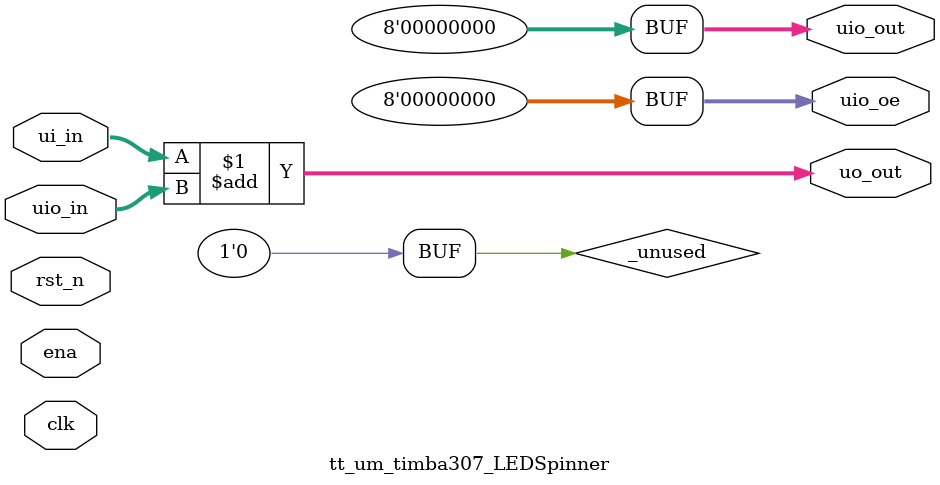
<source format=v>
/*
 * Copyright (c) 2024 Your Name
 * SPDX-License-Identifier: Apache-2.0
 */

`default_nettype none

module tt_um_timba307_LEDSpinner (
    input  wire [7:0] ui_in,    // Dedicated inputs
    output wire [7:0] uo_out,   // Dedicated outputs
    input  wire [7:0] uio_in,   // IOs: Input path
    output wire [7:0] uio_out,  // IOs: Output path
    output wire [7:0] uio_oe,   // IOs: Enable path (active high: 0=input, 1=output)
    input  wire       ena,      // always 1 when the design is powered, so you can ignore it
    input  wire       clk,      // clock
    input  wire       rst_n     // reset_n - low to reset
);

  // All output pins must be assigned. If not used, assign to 0.
  assign uo_out  = ui_in + uio_in;  // Example: ou_out is the sum of ui_in and uio_in
  assign uio_out = 0;
  assign uio_oe  = 0;

  // List all unused inputs to prevent warnings
  wire _unused = &{ena, clk, rst_n, 1'b0};

endmodule

</source>
